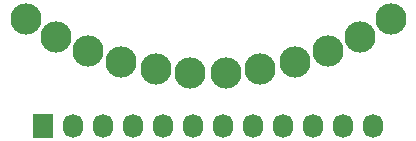
<source format=gbr>
%TF.GenerationSoftware,KiCad,Pcbnew,5.1.6*%
%TF.CreationDate,2021-03-07T15:49:58+10:30*%
%TF.ProjectId,springboard,73707269-6e67-4626-9f61-72642e6b6963,1.0*%
%TF.SameCoordinates,Original*%
%TF.FileFunction,Copper,L2,Bot*%
%TF.FilePolarity,Positive*%
%FSLAX46Y46*%
G04 Gerber Fmt 4.6, Leading zero omitted, Abs format (unit mm)*
G04 Created by KiCad (PCBNEW 5.1.6) date 2021-03-07 15:49:58*
%MOMM*%
%LPD*%
G01*
G04 APERTURE LIST*
%TA.AperFunction,ComponentPad*%
%ADD10O,1.727200X2.032000*%
%TD*%
%TA.AperFunction,ComponentPad*%
%ADD11R,1.727200X2.032000*%
%TD*%
%TA.AperFunction,ComponentPad*%
%ADD12C,2.640000*%
%TD*%
G04 APERTURE END LIST*
D10*
%TO.P,P13,12*%
%TO.N,/12*%
X163940000Y-107825000D03*
%TO.P,P13,11*%
%TO.N,/11*%
X161400000Y-107825000D03*
%TO.P,P13,10*%
%TO.N,/10*%
X158860000Y-107825000D03*
%TO.P,P13,9*%
%TO.N,/9*%
X156320000Y-107825000D03*
%TO.P,P13,8*%
%TO.N,/8*%
X153780000Y-107825000D03*
%TO.P,P13,7*%
%TO.N,/7*%
X151240000Y-107825000D03*
%TO.P,P13,6*%
%TO.N,/6*%
X148700000Y-107825000D03*
%TO.P,P13,5*%
%TO.N,/5*%
X146160000Y-107825000D03*
%TO.P,P13,4*%
%TO.N,/4*%
X143620000Y-107825000D03*
%TO.P,P13,3*%
%TO.N,/3*%
X141080000Y-107825000D03*
%TO.P,P13,2*%
%TO.N,/2*%
X138540000Y-107825000D03*
D11*
%TO.P,P13,1*%
%TO.N,/1*%
X136000000Y-107825000D03*
%TD*%
D12*
%TO.P,P12,1*%
%TO.N,/12*%
X165454132Y-98797277D03*
%TD*%
%TO.P,P11,1*%
%TO.N,/11*%
X162881980Y-100282310D03*
%TD*%
%TO.P,P10,1*%
%TO.N,/10*%
X160168690Y-101490344D03*
%TD*%
%TO.P,P9,1*%
%TO.N,/9*%
X157343990Y-102408145D03*
%TD*%
%TO.P,P8,1*%
%TO.N,/8*%
X154438827Y-103025656D03*
%TD*%
%TO.P,P7,1*%
%TO.N,/7*%
X151485032Y-103336113D03*
%TD*%
%TO.P,P6,1*%
%TO.N,/6*%
X148514968Y-103336113D03*
%TD*%
%TO.P,P5,1*%
%TO.N,/5*%
X145561173Y-103025656D03*
%TD*%
%TO.P,P4,1*%
%TO.N,/4*%
X142656010Y-102408145D03*
%TD*%
%TO.P,P3,1*%
%TO.N,/3*%
X139831310Y-101490344D03*
%TD*%
%TO.P,P2,1*%
%TO.N,/2*%
X137118020Y-100282310D03*
%TD*%
%TO.P,P1,1*%
%TO.N,/1*%
X134545868Y-98797277D03*
%TD*%
M02*

</source>
